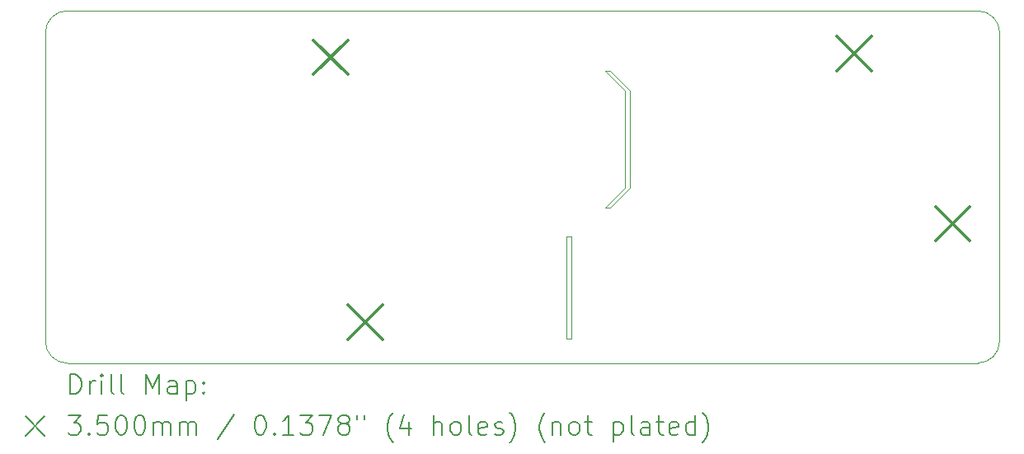
<source format=gbr>
%TF.GenerationSoftware,KiCad,Pcbnew,7.0.7-7.0.7~ubuntu22.04.1*%
%TF.CreationDate,2024-01-12T18:41:46+05:30*%
%TF.ProjectId,electronic-limit-sw,656c6563-7472-46f6-9e69-632d6c696d69,1.0.0*%
%TF.SameCoordinates,Original*%
%TF.FileFunction,Drillmap*%
%TF.FilePolarity,Positive*%
%FSLAX45Y45*%
G04 Gerber Fmt 4.5, Leading zero omitted, Abs format (unit mm)*
G04 Created by KiCad (PCBNEW 7.0.7-7.0.7~ubuntu22.04.1) date 2024-01-12 18:41:46*
%MOMM*%
%LPD*%
G01*
G04 APERTURE LIST*
%ADD10C,0.100000*%
%ADD11C,0.200000*%
%ADD12C,0.350000*%
G04 APERTURE END LIST*
D10*
X14700000Y-9750000D02*
X14650000Y-9750000D01*
X14900000Y-9550000D02*
X14900000Y-8550000D01*
X14700000Y-8350000D02*
X14650000Y-8350000D01*
X14700000Y-8350000D02*
X14900000Y-8550000D01*
X9125000Y-7730000D02*
X18475000Y-7730000D01*
X14300000Y-10050000D02*
X14250000Y-10050000D01*
X14250000Y-11100000D02*
X14300000Y-11100000D01*
X14900000Y-9550000D02*
X14700000Y-9750000D01*
X14300000Y-11100000D02*
X14300000Y-10050000D01*
X18475000Y-11350000D02*
X9125000Y-11350000D01*
X14250000Y-10050000D02*
X14250000Y-11100000D01*
X8900000Y-11125000D02*
X8900000Y-7955000D01*
X14650000Y-8350000D02*
X14850000Y-8550000D01*
X14850000Y-8550000D02*
X14850000Y-9550000D01*
X18700000Y-7955000D02*
G75*
G03*
X18475000Y-7730000I-225000J0D01*
G01*
X18700000Y-7955000D02*
X18700000Y-11125000D01*
X14850000Y-9550000D02*
X14650000Y-9750000D01*
X8900000Y-11125000D02*
G75*
G03*
X9125000Y-11350000I225000J0D01*
G01*
X9125000Y-7730000D02*
G75*
G03*
X8900000Y-7955000I0J-225000D01*
G01*
X18475000Y-11350000D02*
G75*
G03*
X18700000Y-11125000I0J225000D01*
G01*
D11*
D12*
X11655000Y-8030000D02*
X12005000Y-8380000D01*
X12005000Y-8030000D02*
X11655000Y-8380000D01*
X12010000Y-10755000D02*
X12360000Y-11105000D01*
X12360000Y-10755000D02*
X12010000Y-11105000D01*
X17030000Y-7995000D02*
X17380000Y-8345000D01*
X17380000Y-7995000D02*
X17030000Y-8345000D01*
X18045000Y-9745000D02*
X18395000Y-10095000D01*
X18395000Y-9745000D02*
X18045000Y-10095000D01*
D11*
X9155777Y-11666484D02*
X9155777Y-11466484D01*
X9155777Y-11466484D02*
X9203396Y-11466484D01*
X9203396Y-11466484D02*
X9231967Y-11476008D01*
X9231967Y-11476008D02*
X9251015Y-11495055D01*
X9251015Y-11495055D02*
X9260539Y-11514103D01*
X9260539Y-11514103D02*
X9270063Y-11552198D01*
X9270063Y-11552198D02*
X9270063Y-11580769D01*
X9270063Y-11580769D02*
X9260539Y-11618865D01*
X9260539Y-11618865D02*
X9251015Y-11637912D01*
X9251015Y-11637912D02*
X9231967Y-11656960D01*
X9231967Y-11656960D02*
X9203396Y-11666484D01*
X9203396Y-11666484D02*
X9155777Y-11666484D01*
X9355777Y-11666484D02*
X9355777Y-11533150D01*
X9355777Y-11571246D02*
X9365301Y-11552198D01*
X9365301Y-11552198D02*
X9374824Y-11542674D01*
X9374824Y-11542674D02*
X9393872Y-11533150D01*
X9393872Y-11533150D02*
X9412920Y-11533150D01*
X9479586Y-11666484D02*
X9479586Y-11533150D01*
X9479586Y-11466484D02*
X9470063Y-11476008D01*
X9470063Y-11476008D02*
X9479586Y-11485531D01*
X9479586Y-11485531D02*
X9489110Y-11476008D01*
X9489110Y-11476008D02*
X9479586Y-11466484D01*
X9479586Y-11466484D02*
X9479586Y-11485531D01*
X9603396Y-11666484D02*
X9584348Y-11656960D01*
X9584348Y-11656960D02*
X9574824Y-11637912D01*
X9574824Y-11637912D02*
X9574824Y-11466484D01*
X9708158Y-11666484D02*
X9689110Y-11656960D01*
X9689110Y-11656960D02*
X9679586Y-11637912D01*
X9679586Y-11637912D02*
X9679586Y-11466484D01*
X9936729Y-11666484D02*
X9936729Y-11466484D01*
X9936729Y-11466484D02*
X10003396Y-11609341D01*
X10003396Y-11609341D02*
X10070063Y-11466484D01*
X10070063Y-11466484D02*
X10070063Y-11666484D01*
X10251015Y-11666484D02*
X10251015Y-11561722D01*
X10251015Y-11561722D02*
X10241491Y-11542674D01*
X10241491Y-11542674D02*
X10222444Y-11533150D01*
X10222444Y-11533150D02*
X10184348Y-11533150D01*
X10184348Y-11533150D02*
X10165301Y-11542674D01*
X10251015Y-11656960D02*
X10231967Y-11666484D01*
X10231967Y-11666484D02*
X10184348Y-11666484D01*
X10184348Y-11666484D02*
X10165301Y-11656960D01*
X10165301Y-11656960D02*
X10155777Y-11637912D01*
X10155777Y-11637912D02*
X10155777Y-11618865D01*
X10155777Y-11618865D02*
X10165301Y-11599817D01*
X10165301Y-11599817D02*
X10184348Y-11590293D01*
X10184348Y-11590293D02*
X10231967Y-11590293D01*
X10231967Y-11590293D02*
X10251015Y-11580769D01*
X10346253Y-11533150D02*
X10346253Y-11733150D01*
X10346253Y-11542674D02*
X10365301Y-11533150D01*
X10365301Y-11533150D02*
X10403396Y-11533150D01*
X10403396Y-11533150D02*
X10422444Y-11542674D01*
X10422444Y-11542674D02*
X10431967Y-11552198D01*
X10431967Y-11552198D02*
X10441491Y-11571246D01*
X10441491Y-11571246D02*
X10441491Y-11628388D01*
X10441491Y-11628388D02*
X10431967Y-11647436D01*
X10431967Y-11647436D02*
X10422444Y-11656960D01*
X10422444Y-11656960D02*
X10403396Y-11666484D01*
X10403396Y-11666484D02*
X10365301Y-11666484D01*
X10365301Y-11666484D02*
X10346253Y-11656960D01*
X10527205Y-11647436D02*
X10536729Y-11656960D01*
X10536729Y-11656960D02*
X10527205Y-11666484D01*
X10527205Y-11666484D02*
X10517682Y-11656960D01*
X10517682Y-11656960D02*
X10527205Y-11647436D01*
X10527205Y-11647436D02*
X10527205Y-11666484D01*
X10527205Y-11542674D02*
X10536729Y-11552198D01*
X10536729Y-11552198D02*
X10527205Y-11561722D01*
X10527205Y-11561722D02*
X10517682Y-11552198D01*
X10517682Y-11552198D02*
X10527205Y-11542674D01*
X10527205Y-11542674D02*
X10527205Y-11561722D01*
X8695000Y-11895000D02*
X8895000Y-12095000D01*
X8895000Y-11895000D02*
X8695000Y-12095000D01*
X9136729Y-11886484D02*
X9260539Y-11886484D01*
X9260539Y-11886484D02*
X9193872Y-11962674D01*
X9193872Y-11962674D02*
X9222444Y-11962674D01*
X9222444Y-11962674D02*
X9241491Y-11972198D01*
X9241491Y-11972198D02*
X9251015Y-11981722D01*
X9251015Y-11981722D02*
X9260539Y-12000769D01*
X9260539Y-12000769D02*
X9260539Y-12048388D01*
X9260539Y-12048388D02*
X9251015Y-12067436D01*
X9251015Y-12067436D02*
X9241491Y-12076960D01*
X9241491Y-12076960D02*
X9222444Y-12086484D01*
X9222444Y-12086484D02*
X9165301Y-12086484D01*
X9165301Y-12086484D02*
X9146253Y-12076960D01*
X9146253Y-12076960D02*
X9136729Y-12067436D01*
X9346253Y-12067436D02*
X9355777Y-12076960D01*
X9355777Y-12076960D02*
X9346253Y-12086484D01*
X9346253Y-12086484D02*
X9336729Y-12076960D01*
X9336729Y-12076960D02*
X9346253Y-12067436D01*
X9346253Y-12067436D02*
X9346253Y-12086484D01*
X9536729Y-11886484D02*
X9441491Y-11886484D01*
X9441491Y-11886484D02*
X9431967Y-11981722D01*
X9431967Y-11981722D02*
X9441491Y-11972198D01*
X9441491Y-11972198D02*
X9460539Y-11962674D01*
X9460539Y-11962674D02*
X9508158Y-11962674D01*
X9508158Y-11962674D02*
X9527205Y-11972198D01*
X9527205Y-11972198D02*
X9536729Y-11981722D01*
X9536729Y-11981722D02*
X9546253Y-12000769D01*
X9546253Y-12000769D02*
X9546253Y-12048388D01*
X9546253Y-12048388D02*
X9536729Y-12067436D01*
X9536729Y-12067436D02*
X9527205Y-12076960D01*
X9527205Y-12076960D02*
X9508158Y-12086484D01*
X9508158Y-12086484D02*
X9460539Y-12086484D01*
X9460539Y-12086484D02*
X9441491Y-12076960D01*
X9441491Y-12076960D02*
X9431967Y-12067436D01*
X9670063Y-11886484D02*
X9689110Y-11886484D01*
X9689110Y-11886484D02*
X9708158Y-11896008D01*
X9708158Y-11896008D02*
X9717682Y-11905531D01*
X9717682Y-11905531D02*
X9727205Y-11924579D01*
X9727205Y-11924579D02*
X9736729Y-11962674D01*
X9736729Y-11962674D02*
X9736729Y-12010293D01*
X9736729Y-12010293D02*
X9727205Y-12048388D01*
X9727205Y-12048388D02*
X9717682Y-12067436D01*
X9717682Y-12067436D02*
X9708158Y-12076960D01*
X9708158Y-12076960D02*
X9689110Y-12086484D01*
X9689110Y-12086484D02*
X9670063Y-12086484D01*
X9670063Y-12086484D02*
X9651015Y-12076960D01*
X9651015Y-12076960D02*
X9641491Y-12067436D01*
X9641491Y-12067436D02*
X9631967Y-12048388D01*
X9631967Y-12048388D02*
X9622444Y-12010293D01*
X9622444Y-12010293D02*
X9622444Y-11962674D01*
X9622444Y-11962674D02*
X9631967Y-11924579D01*
X9631967Y-11924579D02*
X9641491Y-11905531D01*
X9641491Y-11905531D02*
X9651015Y-11896008D01*
X9651015Y-11896008D02*
X9670063Y-11886484D01*
X9860539Y-11886484D02*
X9879586Y-11886484D01*
X9879586Y-11886484D02*
X9898634Y-11896008D01*
X9898634Y-11896008D02*
X9908158Y-11905531D01*
X9908158Y-11905531D02*
X9917682Y-11924579D01*
X9917682Y-11924579D02*
X9927205Y-11962674D01*
X9927205Y-11962674D02*
X9927205Y-12010293D01*
X9927205Y-12010293D02*
X9917682Y-12048388D01*
X9917682Y-12048388D02*
X9908158Y-12067436D01*
X9908158Y-12067436D02*
X9898634Y-12076960D01*
X9898634Y-12076960D02*
X9879586Y-12086484D01*
X9879586Y-12086484D02*
X9860539Y-12086484D01*
X9860539Y-12086484D02*
X9841491Y-12076960D01*
X9841491Y-12076960D02*
X9831967Y-12067436D01*
X9831967Y-12067436D02*
X9822444Y-12048388D01*
X9822444Y-12048388D02*
X9812920Y-12010293D01*
X9812920Y-12010293D02*
X9812920Y-11962674D01*
X9812920Y-11962674D02*
X9822444Y-11924579D01*
X9822444Y-11924579D02*
X9831967Y-11905531D01*
X9831967Y-11905531D02*
X9841491Y-11896008D01*
X9841491Y-11896008D02*
X9860539Y-11886484D01*
X10012920Y-12086484D02*
X10012920Y-11953150D01*
X10012920Y-11972198D02*
X10022444Y-11962674D01*
X10022444Y-11962674D02*
X10041491Y-11953150D01*
X10041491Y-11953150D02*
X10070063Y-11953150D01*
X10070063Y-11953150D02*
X10089110Y-11962674D01*
X10089110Y-11962674D02*
X10098634Y-11981722D01*
X10098634Y-11981722D02*
X10098634Y-12086484D01*
X10098634Y-11981722D02*
X10108158Y-11962674D01*
X10108158Y-11962674D02*
X10127205Y-11953150D01*
X10127205Y-11953150D02*
X10155777Y-11953150D01*
X10155777Y-11953150D02*
X10174825Y-11962674D01*
X10174825Y-11962674D02*
X10184348Y-11981722D01*
X10184348Y-11981722D02*
X10184348Y-12086484D01*
X10279586Y-12086484D02*
X10279586Y-11953150D01*
X10279586Y-11972198D02*
X10289110Y-11962674D01*
X10289110Y-11962674D02*
X10308158Y-11953150D01*
X10308158Y-11953150D02*
X10336729Y-11953150D01*
X10336729Y-11953150D02*
X10355777Y-11962674D01*
X10355777Y-11962674D02*
X10365301Y-11981722D01*
X10365301Y-11981722D02*
X10365301Y-12086484D01*
X10365301Y-11981722D02*
X10374825Y-11962674D01*
X10374825Y-11962674D02*
X10393872Y-11953150D01*
X10393872Y-11953150D02*
X10422444Y-11953150D01*
X10422444Y-11953150D02*
X10441491Y-11962674D01*
X10441491Y-11962674D02*
X10451015Y-11981722D01*
X10451015Y-11981722D02*
X10451015Y-12086484D01*
X10841491Y-11876960D02*
X10670063Y-12134103D01*
X11098634Y-11886484D02*
X11117682Y-11886484D01*
X11117682Y-11886484D02*
X11136729Y-11896008D01*
X11136729Y-11896008D02*
X11146253Y-11905531D01*
X11146253Y-11905531D02*
X11155777Y-11924579D01*
X11155777Y-11924579D02*
X11165301Y-11962674D01*
X11165301Y-11962674D02*
X11165301Y-12010293D01*
X11165301Y-12010293D02*
X11155777Y-12048388D01*
X11155777Y-12048388D02*
X11146253Y-12067436D01*
X11146253Y-12067436D02*
X11136729Y-12076960D01*
X11136729Y-12076960D02*
X11117682Y-12086484D01*
X11117682Y-12086484D02*
X11098634Y-12086484D01*
X11098634Y-12086484D02*
X11079587Y-12076960D01*
X11079587Y-12076960D02*
X11070063Y-12067436D01*
X11070063Y-12067436D02*
X11060539Y-12048388D01*
X11060539Y-12048388D02*
X11051015Y-12010293D01*
X11051015Y-12010293D02*
X11051015Y-11962674D01*
X11051015Y-11962674D02*
X11060539Y-11924579D01*
X11060539Y-11924579D02*
X11070063Y-11905531D01*
X11070063Y-11905531D02*
X11079587Y-11896008D01*
X11079587Y-11896008D02*
X11098634Y-11886484D01*
X11251015Y-12067436D02*
X11260539Y-12076960D01*
X11260539Y-12076960D02*
X11251015Y-12086484D01*
X11251015Y-12086484D02*
X11241491Y-12076960D01*
X11241491Y-12076960D02*
X11251015Y-12067436D01*
X11251015Y-12067436D02*
X11251015Y-12086484D01*
X11451015Y-12086484D02*
X11336729Y-12086484D01*
X11393872Y-12086484D02*
X11393872Y-11886484D01*
X11393872Y-11886484D02*
X11374825Y-11915055D01*
X11374825Y-11915055D02*
X11355777Y-11934103D01*
X11355777Y-11934103D02*
X11336729Y-11943627D01*
X11517682Y-11886484D02*
X11641491Y-11886484D01*
X11641491Y-11886484D02*
X11574825Y-11962674D01*
X11574825Y-11962674D02*
X11603396Y-11962674D01*
X11603396Y-11962674D02*
X11622444Y-11972198D01*
X11622444Y-11972198D02*
X11631967Y-11981722D01*
X11631967Y-11981722D02*
X11641491Y-12000769D01*
X11641491Y-12000769D02*
X11641491Y-12048388D01*
X11641491Y-12048388D02*
X11631967Y-12067436D01*
X11631967Y-12067436D02*
X11622444Y-12076960D01*
X11622444Y-12076960D02*
X11603396Y-12086484D01*
X11603396Y-12086484D02*
X11546253Y-12086484D01*
X11546253Y-12086484D02*
X11527206Y-12076960D01*
X11527206Y-12076960D02*
X11517682Y-12067436D01*
X11708158Y-11886484D02*
X11841491Y-11886484D01*
X11841491Y-11886484D02*
X11755777Y-12086484D01*
X11946253Y-11972198D02*
X11927206Y-11962674D01*
X11927206Y-11962674D02*
X11917682Y-11953150D01*
X11917682Y-11953150D02*
X11908158Y-11934103D01*
X11908158Y-11934103D02*
X11908158Y-11924579D01*
X11908158Y-11924579D02*
X11917682Y-11905531D01*
X11917682Y-11905531D02*
X11927206Y-11896008D01*
X11927206Y-11896008D02*
X11946253Y-11886484D01*
X11946253Y-11886484D02*
X11984348Y-11886484D01*
X11984348Y-11886484D02*
X12003396Y-11896008D01*
X12003396Y-11896008D02*
X12012920Y-11905531D01*
X12012920Y-11905531D02*
X12022444Y-11924579D01*
X12022444Y-11924579D02*
X12022444Y-11934103D01*
X12022444Y-11934103D02*
X12012920Y-11953150D01*
X12012920Y-11953150D02*
X12003396Y-11962674D01*
X12003396Y-11962674D02*
X11984348Y-11972198D01*
X11984348Y-11972198D02*
X11946253Y-11972198D01*
X11946253Y-11972198D02*
X11927206Y-11981722D01*
X11927206Y-11981722D02*
X11917682Y-11991246D01*
X11917682Y-11991246D02*
X11908158Y-12010293D01*
X11908158Y-12010293D02*
X11908158Y-12048388D01*
X11908158Y-12048388D02*
X11917682Y-12067436D01*
X11917682Y-12067436D02*
X11927206Y-12076960D01*
X11927206Y-12076960D02*
X11946253Y-12086484D01*
X11946253Y-12086484D02*
X11984348Y-12086484D01*
X11984348Y-12086484D02*
X12003396Y-12076960D01*
X12003396Y-12076960D02*
X12012920Y-12067436D01*
X12012920Y-12067436D02*
X12022444Y-12048388D01*
X12022444Y-12048388D02*
X12022444Y-12010293D01*
X12022444Y-12010293D02*
X12012920Y-11991246D01*
X12012920Y-11991246D02*
X12003396Y-11981722D01*
X12003396Y-11981722D02*
X11984348Y-11972198D01*
X12098634Y-11886484D02*
X12098634Y-11924579D01*
X12174825Y-11886484D02*
X12174825Y-11924579D01*
X12470063Y-12162674D02*
X12460539Y-12153150D01*
X12460539Y-12153150D02*
X12441491Y-12124579D01*
X12441491Y-12124579D02*
X12431968Y-12105531D01*
X12431968Y-12105531D02*
X12422444Y-12076960D01*
X12422444Y-12076960D02*
X12412920Y-12029341D01*
X12412920Y-12029341D02*
X12412920Y-11991246D01*
X12412920Y-11991246D02*
X12422444Y-11943627D01*
X12422444Y-11943627D02*
X12431968Y-11915055D01*
X12431968Y-11915055D02*
X12441491Y-11896008D01*
X12441491Y-11896008D02*
X12460539Y-11867436D01*
X12460539Y-11867436D02*
X12470063Y-11857912D01*
X12631968Y-11953150D02*
X12631968Y-12086484D01*
X12584348Y-11876960D02*
X12536729Y-12019817D01*
X12536729Y-12019817D02*
X12660539Y-12019817D01*
X12889110Y-12086484D02*
X12889110Y-11886484D01*
X12974825Y-12086484D02*
X12974825Y-11981722D01*
X12974825Y-11981722D02*
X12965301Y-11962674D01*
X12965301Y-11962674D02*
X12946253Y-11953150D01*
X12946253Y-11953150D02*
X12917682Y-11953150D01*
X12917682Y-11953150D02*
X12898634Y-11962674D01*
X12898634Y-11962674D02*
X12889110Y-11972198D01*
X13098634Y-12086484D02*
X13079587Y-12076960D01*
X13079587Y-12076960D02*
X13070063Y-12067436D01*
X13070063Y-12067436D02*
X13060539Y-12048388D01*
X13060539Y-12048388D02*
X13060539Y-11991246D01*
X13060539Y-11991246D02*
X13070063Y-11972198D01*
X13070063Y-11972198D02*
X13079587Y-11962674D01*
X13079587Y-11962674D02*
X13098634Y-11953150D01*
X13098634Y-11953150D02*
X13127206Y-11953150D01*
X13127206Y-11953150D02*
X13146253Y-11962674D01*
X13146253Y-11962674D02*
X13155777Y-11972198D01*
X13155777Y-11972198D02*
X13165301Y-11991246D01*
X13165301Y-11991246D02*
X13165301Y-12048388D01*
X13165301Y-12048388D02*
X13155777Y-12067436D01*
X13155777Y-12067436D02*
X13146253Y-12076960D01*
X13146253Y-12076960D02*
X13127206Y-12086484D01*
X13127206Y-12086484D02*
X13098634Y-12086484D01*
X13279587Y-12086484D02*
X13260539Y-12076960D01*
X13260539Y-12076960D02*
X13251015Y-12057912D01*
X13251015Y-12057912D02*
X13251015Y-11886484D01*
X13431968Y-12076960D02*
X13412920Y-12086484D01*
X13412920Y-12086484D02*
X13374825Y-12086484D01*
X13374825Y-12086484D02*
X13355777Y-12076960D01*
X13355777Y-12076960D02*
X13346253Y-12057912D01*
X13346253Y-12057912D02*
X13346253Y-11981722D01*
X13346253Y-11981722D02*
X13355777Y-11962674D01*
X13355777Y-11962674D02*
X13374825Y-11953150D01*
X13374825Y-11953150D02*
X13412920Y-11953150D01*
X13412920Y-11953150D02*
X13431968Y-11962674D01*
X13431968Y-11962674D02*
X13441491Y-11981722D01*
X13441491Y-11981722D02*
X13441491Y-12000769D01*
X13441491Y-12000769D02*
X13346253Y-12019817D01*
X13517682Y-12076960D02*
X13536730Y-12086484D01*
X13536730Y-12086484D02*
X13574825Y-12086484D01*
X13574825Y-12086484D02*
X13593872Y-12076960D01*
X13593872Y-12076960D02*
X13603396Y-12057912D01*
X13603396Y-12057912D02*
X13603396Y-12048388D01*
X13603396Y-12048388D02*
X13593872Y-12029341D01*
X13593872Y-12029341D02*
X13574825Y-12019817D01*
X13574825Y-12019817D02*
X13546253Y-12019817D01*
X13546253Y-12019817D02*
X13527206Y-12010293D01*
X13527206Y-12010293D02*
X13517682Y-11991246D01*
X13517682Y-11991246D02*
X13517682Y-11981722D01*
X13517682Y-11981722D02*
X13527206Y-11962674D01*
X13527206Y-11962674D02*
X13546253Y-11953150D01*
X13546253Y-11953150D02*
X13574825Y-11953150D01*
X13574825Y-11953150D02*
X13593872Y-11962674D01*
X13670063Y-12162674D02*
X13679587Y-12153150D01*
X13679587Y-12153150D02*
X13698634Y-12124579D01*
X13698634Y-12124579D02*
X13708158Y-12105531D01*
X13708158Y-12105531D02*
X13717682Y-12076960D01*
X13717682Y-12076960D02*
X13727206Y-12029341D01*
X13727206Y-12029341D02*
X13727206Y-11991246D01*
X13727206Y-11991246D02*
X13717682Y-11943627D01*
X13717682Y-11943627D02*
X13708158Y-11915055D01*
X13708158Y-11915055D02*
X13698634Y-11896008D01*
X13698634Y-11896008D02*
X13679587Y-11867436D01*
X13679587Y-11867436D02*
X13670063Y-11857912D01*
X14031968Y-12162674D02*
X14022444Y-12153150D01*
X14022444Y-12153150D02*
X14003396Y-12124579D01*
X14003396Y-12124579D02*
X13993872Y-12105531D01*
X13993872Y-12105531D02*
X13984349Y-12076960D01*
X13984349Y-12076960D02*
X13974825Y-12029341D01*
X13974825Y-12029341D02*
X13974825Y-11991246D01*
X13974825Y-11991246D02*
X13984349Y-11943627D01*
X13984349Y-11943627D02*
X13993872Y-11915055D01*
X13993872Y-11915055D02*
X14003396Y-11896008D01*
X14003396Y-11896008D02*
X14022444Y-11867436D01*
X14022444Y-11867436D02*
X14031968Y-11857912D01*
X14108158Y-11953150D02*
X14108158Y-12086484D01*
X14108158Y-11972198D02*
X14117682Y-11962674D01*
X14117682Y-11962674D02*
X14136730Y-11953150D01*
X14136730Y-11953150D02*
X14165301Y-11953150D01*
X14165301Y-11953150D02*
X14184349Y-11962674D01*
X14184349Y-11962674D02*
X14193872Y-11981722D01*
X14193872Y-11981722D02*
X14193872Y-12086484D01*
X14317682Y-12086484D02*
X14298634Y-12076960D01*
X14298634Y-12076960D02*
X14289111Y-12067436D01*
X14289111Y-12067436D02*
X14279587Y-12048388D01*
X14279587Y-12048388D02*
X14279587Y-11991246D01*
X14279587Y-11991246D02*
X14289111Y-11972198D01*
X14289111Y-11972198D02*
X14298634Y-11962674D01*
X14298634Y-11962674D02*
X14317682Y-11953150D01*
X14317682Y-11953150D02*
X14346253Y-11953150D01*
X14346253Y-11953150D02*
X14365301Y-11962674D01*
X14365301Y-11962674D02*
X14374825Y-11972198D01*
X14374825Y-11972198D02*
X14384349Y-11991246D01*
X14384349Y-11991246D02*
X14384349Y-12048388D01*
X14384349Y-12048388D02*
X14374825Y-12067436D01*
X14374825Y-12067436D02*
X14365301Y-12076960D01*
X14365301Y-12076960D02*
X14346253Y-12086484D01*
X14346253Y-12086484D02*
X14317682Y-12086484D01*
X14441492Y-11953150D02*
X14517682Y-11953150D01*
X14470063Y-11886484D02*
X14470063Y-12057912D01*
X14470063Y-12057912D02*
X14479587Y-12076960D01*
X14479587Y-12076960D02*
X14498634Y-12086484D01*
X14498634Y-12086484D02*
X14517682Y-12086484D01*
X14736730Y-11953150D02*
X14736730Y-12153150D01*
X14736730Y-11962674D02*
X14755777Y-11953150D01*
X14755777Y-11953150D02*
X14793873Y-11953150D01*
X14793873Y-11953150D02*
X14812920Y-11962674D01*
X14812920Y-11962674D02*
X14822444Y-11972198D01*
X14822444Y-11972198D02*
X14831968Y-11991246D01*
X14831968Y-11991246D02*
X14831968Y-12048388D01*
X14831968Y-12048388D02*
X14822444Y-12067436D01*
X14822444Y-12067436D02*
X14812920Y-12076960D01*
X14812920Y-12076960D02*
X14793873Y-12086484D01*
X14793873Y-12086484D02*
X14755777Y-12086484D01*
X14755777Y-12086484D02*
X14736730Y-12076960D01*
X14946253Y-12086484D02*
X14927206Y-12076960D01*
X14927206Y-12076960D02*
X14917682Y-12057912D01*
X14917682Y-12057912D02*
X14917682Y-11886484D01*
X15108158Y-12086484D02*
X15108158Y-11981722D01*
X15108158Y-11981722D02*
X15098634Y-11962674D01*
X15098634Y-11962674D02*
X15079587Y-11953150D01*
X15079587Y-11953150D02*
X15041492Y-11953150D01*
X15041492Y-11953150D02*
X15022444Y-11962674D01*
X15108158Y-12076960D02*
X15089111Y-12086484D01*
X15089111Y-12086484D02*
X15041492Y-12086484D01*
X15041492Y-12086484D02*
X15022444Y-12076960D01*
X15022444Y-12076960D02*
X15012920Y-12057912D01*
X15012920Y-12057912D02*
X15012920Y-12038865D01*
X15012920Y-12038865D02*
X15022444Y-12019817D01*
X15022444Y-12019817D02*
X15041492Y-12010293D01*
X15041492Y-12010293D02*
X15089111Y-12010293D01*
X15089111Y-12010293D02*
X15108158Y-12000769D01*
X15174825Y-11953150D02*
X15251015Y-11953150D01*
X15203396Y-11886484D02*
X15203396Y-12057912D01*
X15203396Y-12057912D02*
X15212920Y-12076960D01*
X15212920Y-12076960D02*
X15231968Y-12086484D01*
X15231968Y-12086484D02*
X15251015Y-12086484D01*
X15393873Y-12076960D02*
X15374825Y-12086484D01*
X15374825Y-12086484D02*
X15336730Y-12086484D01*
X15336730Y-12086484D02*
X15317682Y-12076960D01*
X15317682Y-12076960D02*
X15308158Y-12057912D01*
X15308158Y-12057912D02*
X15308158Y-11981722D01*
X15308158Y-11981722D02*
X15317682Y-11962674D01*
X15317682Y-11962674D02*
X15336730Y-11953150D01*
X15336730Y-11953150D02*
X15374825Y-11953150D01*
X15374825Y-11953150D02*
X15393873Y-11962674D01*
X15393873Y-11962674D02*
X15403396Y-11981722D01*
X15403396Y-11981722D02*
X15403396Y-12000769D01*
X15403396Y-12000769D02*
X15308158Y-12019817D01*
X15574825Y-12086484D02*
X15574825Y-11886484D01*
X15574825Y-12076960D02*
X15555777Y-12086484D01*
X15555777Y-12086484D02*
X15517682Y-12086484D01*
X15517682Y-12086484D02*
X15498634Y-12076960D01*
X15498634Y-12076960D02*
X15489111Y-12067436D01*
X15489111Y-12067436D02*
X15479587Y-12048388D01*
X15479587Y-12048388D02*
X15479587Y-11991246D01*
X15479587Y-11991246D02*
X15489111Y-11972198D01*
X15489111Y-11972198D02*
X15498634Y-11962674D01*
X15498634Y-11962674D02*
X15517682Y-11953150D01*
X15517682Y-11953150D02*
X15555777Y-11953150D01*
X15555777Y-11953150D02*
X15574825Y-11962674D01*
X15651015Y-12162674D02*
X15660539Y-12153150D01*
X15660539Y-12153150D02*
X15679587Y-12124579D01*
X15679587Y-12124579D02*
X15689111Y-12105531D01*
X15689111Y-12105531D02*
X15698634Y-12076960D01*
X15698634Y-12076960D02*
X15708158Y-12029341D01*
X15708158Y-12029341D02*
X15708158Y-11991246D01*
X15708158Y-11991246D02*
X15698634Y-11943627D01*
X15698634Y-11943627D02*
X15689111Y-11915055D01*
X15689111Y-11915055D02*
X15679587Y-11896008D01*
X15679587Y-11896008D02*
X15660539Y-11867436D01*
X15660539Y-11867436D02*
X15651015Y-11857912D01*
M02*

</source>
